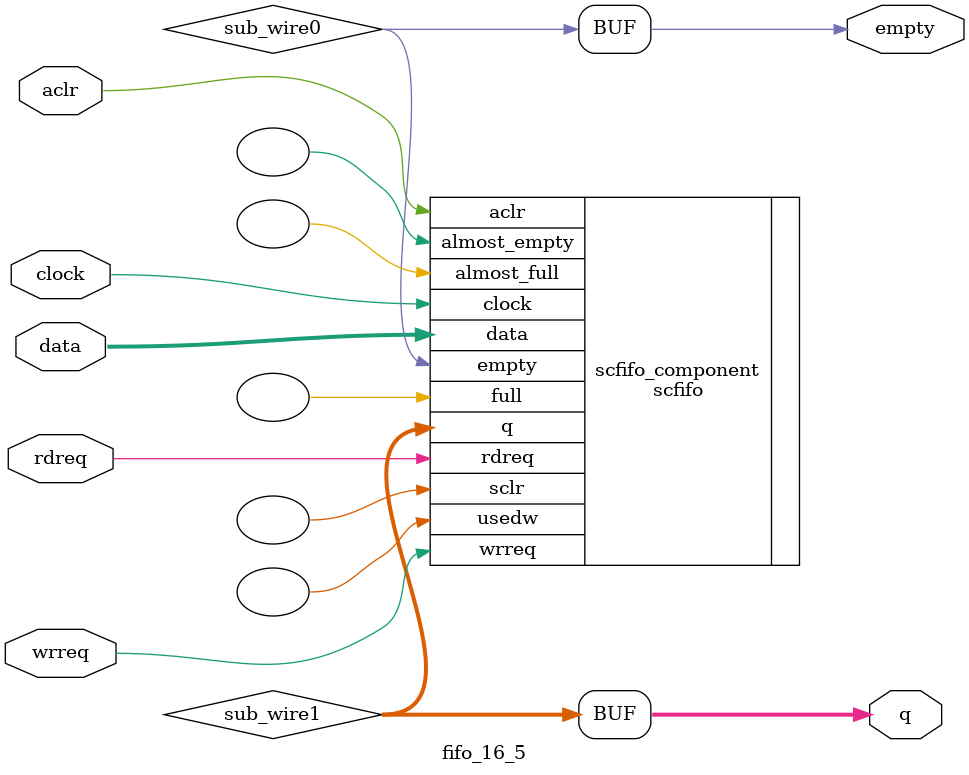
<source format=v>
module fifo_16_5 (
	aclr,
	clock,
	data,
	rdreq,
	wrreq,
	empty,
	q);
	input	  aclr;
	input	  clock;
	input	[4:0]  data;
	input	  rdreq;
	input	  wrreq;
	output	  empty;
	output	[4:0]  q;
	wire  sub_wire0;
	wire [4:0] sub_wire1;
	wire  empty = sub_wire0;
	wire [4:0] q = sub_wire1[4:0];
	scfifo	scfifo_component (
				.aclr (aclr),
				.clock (clock),
				.data (data),
				.rdreq (rdreq),
				.wrreq (wrreq),
				.empty (sub_wire0),
				.q (sub_wire1),
				.almost_empty (),
				.almost_full (),
				.full (),
				.sclr (),
				.usedw ());
	defparam
		scfifo_component.add_ram_output_register = "ON",
		scfifo_component.intended_device_family = "Stratix V",
		scfifo_component.lpm_numwords = 16,
		scfifo_component.lpm_showahead = "ON",
		scfifo_component.lpm_type = "scfifo",
		scfifo_component.lpm_width = 5,
		scfifo_component.lpm_widthu = 4,
		scfifo_component.overflow_checking = "OFF",
		scfifo_component.underflow_checking = "OFF",
		scfifo_component.use_eab = "ON";
endmodule
</source>
